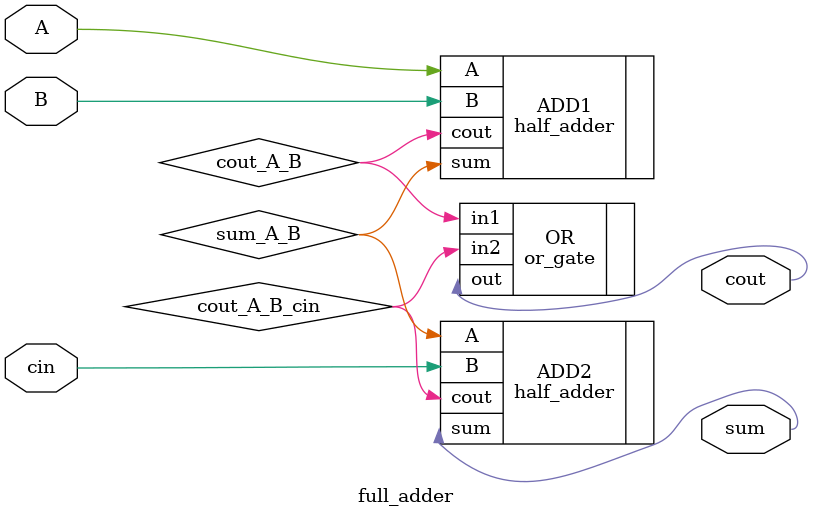
<source format=v>
`include "or_gate.v"
`include "half_adder.v"

module full_adder(output sum, cout,
                  input A, B, cin);

    wire sum_A_B;
    wire cout_A_B, cout_A_B_cin;
  
  // Primeiro half adder: soma A e B
  half_adder ADD1 (.sum(sum_A_B), .cout(cout_A_B), .A(A), .B(B));

  // Segundo half adder: soma a soma (A+B) com o carryin (cin)
  half_adder ADD2 (.sum(sum), .cout(cout_A_B_cin), .A(sum_A_B), .B(cin));

  // OR entre os dois carrys para gerar o carry final
  or_gate OR (.out(cout), .in1(cout_A_B), .in2(cout_A_B_cin));

endmodule
</source>
